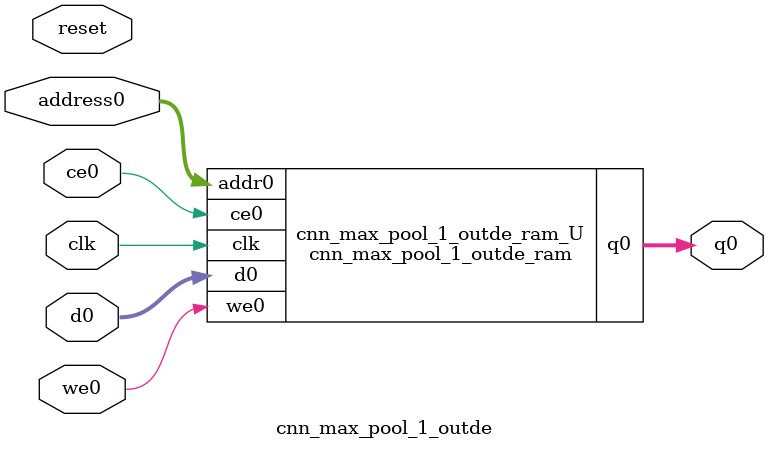
<source format=v>
`timescale 1 ns / 1 ps
module cnn_max_pool_1_outde_ram (addr0, ce0, d0, we0, q0,  clk);

parameter DWIDTH = 14;
parameter AWIDTH = 10;
parameter MEM_SIZE = 1014;

input[AWIDTH-1:0] addr0;
input ce0;
input[DWIDTH-1:0] d0;
input we0;
output reg[DWIDTH-1:0] q0;
input clk;

(* ram_style = "block" *)reg [DWIDTH-1:0] ram[0:MEM_SIZE-1];




always @(posedge clk)  
begin 
    if (ce0) 
    begin
        if (we0) 
        begin 
            ram[addr0] <= d0; 
        end 
        q0 <= ram[addr0];
    end
end


endmodule

`timescale 1 ns / 1 ps
module cnn_max_pool_1_outde(
    reset,
    clk,
    address0,
    ce0,
    we0,
    d0,
    q0);

parameter DataWidth = 32'd14;
parameter AddressRange = 32'd1014;
parameter AddressWidth = 32'd10;
input reset;
input clk;
input[AddressWidth - 1:0] address0;
input ce0;
input we0;
input[DataWidth - 1:0] d0;
output[DataWidth - 1:0] q0;



cnn_max_pool_1_outde_ram cnn_max_pool_1_outde_ram_U(
    .clk( clk ),
    .addr0( address0 ),
    .ce0( ce0 ),
    .we0( we0 ),
    .d0( d0 ),
    .q0( q0 ));

endmodule


</source>
